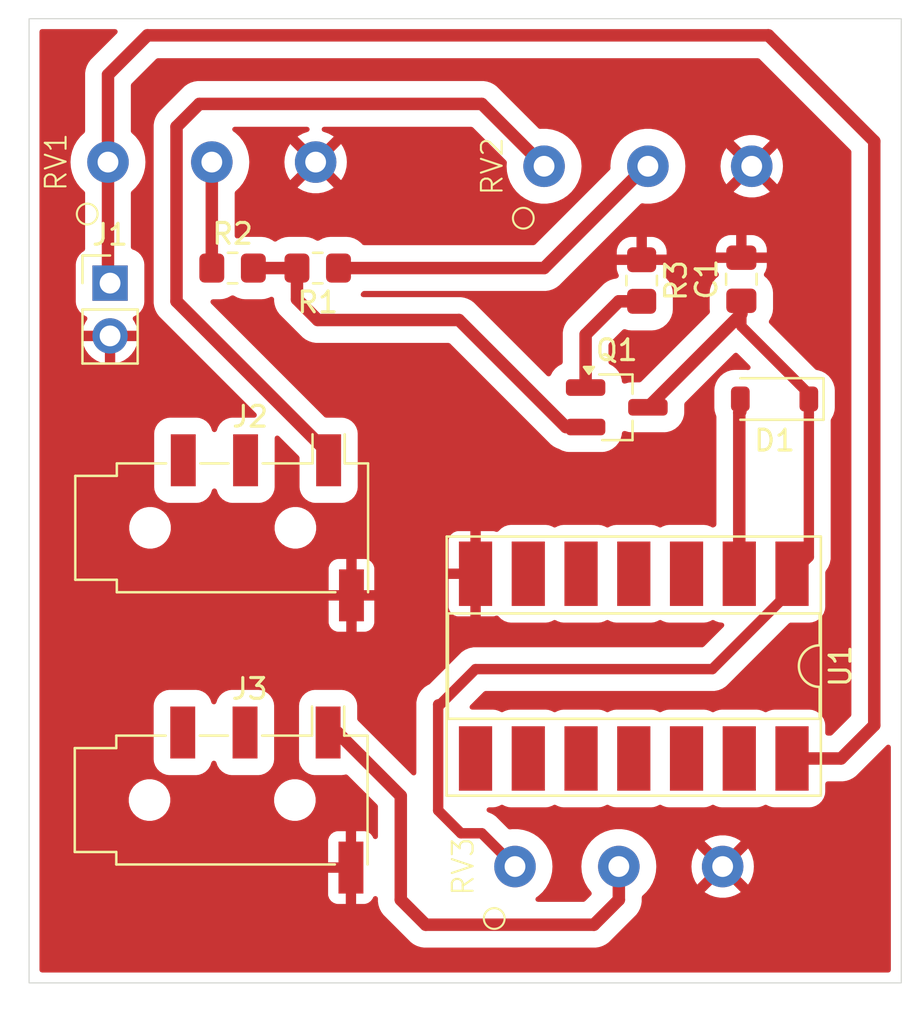
<source format=kicad_pcb>
(kicad_pcb (version 20240108) (generator "pcbnew") (generator_version "8.0")
  (layers (0 "F.Cu" signal) (31 "B.Cu" signal) (34 "B.Paste" user) (35 "F.Paste" user) (36 "B.SilkS" user "B.Silkscreen") (37 "F.SilkS" user "F.Silkscreen") (38 "B.Mask" user) (39 "F.Mask" user) (44 "Edge.Cuts" user))
  (net 0 "")
  (net 1 "GND")
  (net 2 "Net-(D1-K)")
  (net 3 "Net-(D1-A)")
  (net 4 "+9V")
  (net 5 "Net-(Q1-B)")
  (net 6 "Net-(Q1-E)")
  (net 7 "Net-(R1-Pad1)")
  (net 8 "Net-(R2-Pad1)")
  (net 9 "Net-(J2-PadT)")
  (net 10 "Net-(J3-PadT)")
  (footprint "potentiometer:Potentiometer (general, 11mm, 1mm)" (layer "F.Cu") (at 136 88 90)
    (property "Reference" "RV1" (at 0 -7.5 90) (layer "F.SilkS") (effects (font (thickness 0.1))))
    (property "Value" "R_Potentiometer (100k)")
    (fp_circle (center -2.5 -6) (end -2 -6) (stroke (width 0.1)) (fill none) (layer "F.SilkS"))
    (pad "1" thru_hole circle (at 0 -5 90) (size 2 2) (drill 1) (layers "*.Cu" "*.Mask") (net 4 "+9V"))
    (pad "2" thru_hole circle (at 0 0 90) (size 2 2) (drill 1) (layers "*.Cu" "*.Mask") (net 8 "Net-(R2-Pad1)"))
    (pad "3" thru_hole circle (at 0 5 90) (size 2 2) (drill 1) (layers "*.Cu" "*.Mask") (net 1 "GND"))
  )
  (footprint "Connector_Audio:Jack_3.5mm_PJ320D_Horizontal" (layer "F.Cu") (at 137.8 105.6)
    (property "Reference" "J2" (at 0.05 -5.35 0) (layer "F.SilkS"))
    (property "Value" "AudioJack4")
    (fp_line (start -8.375 -2.5) (end -8.375 2.5) (stroke (width 0.12)) (layer "F.SilkS"))
    (fp_line (start -6.375 -3.1) (end -6.375 -2.5) (stroke (width 0.12)) (layer "F.SilkS"))
    (fp_line (start -6.375 -3.1) (end -4 -3.1) (stroke (width 0.12)) (layer "F.SilkS"))
    (fp_line (start -6.375 -2.5) (end -8.375 -2.5) (stroke (width 0.12)) (layer "F.SilkS"))
    (fp_line (start -6.375 2.5) (end -8.375 2.5) (stroke (width 0.12)) (layer "F.SilkS"))
    (fp_line (start -6.375 2.5) (end -6.375 3.1) (stroke (width 0.12)) (layer "F.SilkS"))
    (fp_line (start -2.35 -3.1) (end -1 -3.1) (stroke (width 0.12)) (layer "F.SilkS"))
    (fp_line (start 0.65 -3.1) (end 3.05 -3.1) (stroke (width 0.12)) (layer "F.SilkS"))
    (fp_line (start 3.05 -3.1) (end 3.05 -4.5) (stroke (width 0.12)) (layer "F.SilkS"))
    (fp_line (start 4.15 3.1) (end -6.375 3.1) (stroke (width 0.12)) (layer "F.SilkS"))
    (fp_line (start 4.6 -3.1) (end 4.6 -4.5) (stroke (width 0.12)) (layer "F.SilkS"))
    (fp_line (start 4.6 -3.1) (end 5.725 -3.1) (stroke (width 0.12)) (layer "F.SilkS"))
    (fp_line (start 5.725 3.1) (end 5.725 -3.1) (stroke (width 0.12)) (layer "F.SilkS"))
    (pad "" np_thru_hole circle (at -4.775 0) (size 1.5 1.5) (drill 1.5) (layers "*.Cu" "*.Mask"))
    (pad "" np_thru_hole circle (at 2.225 0) (size 1.5 1.5) (drill 1.5) (layers "*.Cu" "*.Mask"))
    (pad "R1" smd rect (at -0.175 -3.25) (size 1.2 2.5) (layers "F.Cu" "F.Paste" "F.Mask"))
    (pad "R2" smd rect (at -3.175 -3.25) (size 1.2 2.5) (layers "F.Cu" "F.Paste" "F.Mask"))
    (pad "S" smd rect (at 4.925 3.25) (size 1.2 2.5) (layers "F.Cu" "F.Paste" "F.Mask") (net 1 "GND"))
    (pad "T" smd rect (at 3.825 -3.25) (size 1.2 2.5) (layers "F.Cu" "F.Paste" "F.Mask") (net 9 "Net-(J2-PadT)"))
  )
  (footprint "Resistor_SMD:R_0805_2012Metric_Pad1.20x1.40mm_HandSolder" (layer "F.Cu") (at 141.1 93.1 180)
    (property "Reference" "R1" (at 0 -1.65 180) (layer "F.SilkS"))
    (property "Value" "1k")
    (fp_line (start -0.227064 0.735) (end 0.227064 0.735) (stroke (width 0.12)) (layer "F.SilkS"))
    (fp_line (start -0.227064 -0.735) (end 0.227064 -0.735) (stroke (width 0.12)) (layer "F.SilkS"))
    (pad "1" smd roundrect (at -1 0 180) (size 1.2 1.4) (layers "F.Cu" "F.Paste" "F.Mask") (roundrect_rratio 0.208333) (net 7 "Net-(R1-Pad1)"))
    (pad "2" smd roundrect (at 1 0 180) (size 1.2 1.4) (layers "F.Cu" "F.Paste" "F.Mask") (roundrect_rratio 0.208333) (net 5 "Net-(Q1-B)"))
  )
  (footprint "potentiometer:Potentiometer (general, 11mm, 1mm)" (layer "F.Cu") (at 157 88.2 90)
    (property "Reference" "RV2" (at 0 -7.5 90) (layer "F.SilkS") (effects (font (thickness 0.1))))
    (property "Value" "R_Potentiometer (100k)")
    (fp_circle (center -2.5 -6) (end -2 -6) (stroke (width 0.1)) (fill none) (layer "F.SilkS"))
    (pad "1" thru_hole circle (at 0 -5 90) (size 2 2) (drill 1) (layers "*.Cu" "*.Mask") (net 9 "Net-(J2-PadT)"))
    (pad "2" thru_hole circle (at 0 0 90) (size 2 2) (drill 1) (layers "*.Cu" "*.Mask") (net 7 "Net-(R1-Pad1)"))
    (pad "3" thru_hole circle (at 0 5 90) (size 2 2) (drill 1) (layers "*.Cu" "*.Mask") (net 1 "GND"))
  )
  (footprint "Connector_PinHeader_2.54mm:PinHeader_1x02_P2.54mm_Vertical" (layer "F.Cu") (at 131.1 93.825)
    (property "Reference" "J1" (at 0 -2.33 0) (layer "F.SilkS"))
    (property "Value" "Conn_01x02_Pin")
    (fp_line (start -1.33 -1.33) (end 0 -1.33) (stroke (width 0.12)) (layer "F.SilkS"))
    (fp_line (start -1.33 0) (end -1.33 -1.33) (stroke (width 0.12)) (layer "F.SilkS"))
    (fp_line (start -1.33 1.27) (end -1.33 3.87) (stroke (width 0.12)) (layer "F.SilkS"))
    (fp_line (start -1.33 1.27) (end 1.33 1.27) (stroke (width 0.12)) (layer "F.SilkS"))
    (fp_line (start -1.33 3.87) (end 1.33 3.87) (stroke (width 0.12)) (layer "F.SilkS"))
    (fp_line (start 1.33 1.27) (end 1.33 3.87) (stroke (width 0.12)) (layer "F.SilkS"))
    (pad "1" thru_hole rect (at 0 0) (size 1.7 1.7) (drill 1) (layers "*.Cu" "*.Mask") (net 4 "+9V"))
    (pad "2" thru_hole oval (at 0 2.54) (size 1.7 1.7) (drill 1) (layers "*.Cu" "*.Mask") (net 1 "GND"))
  )
  (footprint "Resistor_SMD:R_0805_2012Metric_Pad1.20x1.40mm_HandSolder" (layer "F.Cu") (at 156.7 93.7 -90)
    (property "Reference" "R3" (at 0 -1.65 90) (layer "F.SilkS"))
    (property "Value" "330")
    (fp_line (start -0.227064 0.735) (end 0.227064 0.735) (stroke (width 0.12)) (layer "F.SilkS"))
    (fp_line (start -0.227064 -0.735) (end 0.227064 -0.735) (stroke (width 0.12)) (layer "F.SilkS"))
    (pad "1" smd roundrect (at -1 0 270) (size 1.2 1.4) (layers "F.Cu" "F.Paste" "F.Mask") (roundrect_rratio 0.208333) (net 1 "GND"))
    (pad "2" smd roundrect (at 1 0 270) (size 1.2 1.4) (layers "F.Cu" "F.Paste" "F.Mask") (roundrect_rratio 0.208333) (net 6 "Net-(Q1-E)"))
  )
  (footprint "potentiometer:Potentiometer (general, 11mm, 1mm)" (layer "F.Cu") (at 155.6 121.9 90)
    (property "Reference" "RV3" (at 0 -7.5 90) (layer "F.SilkS") (effects (font (thickness 0.1))))
    (property "Value" "R_Potentiometer (100k)")
    (fp_circle (center -2.5 -6) (end -2 -6) (stroke (width 0.1)) (fill none) (layer "F.SilkS"))
    (pad "1" thru_hole circle (at 0 -5 90) (size 2 2) (drill 1) (layers "*.Cu" "*.Mask") (net 2 "Net-(D1-K)"))
    (pad "2" thru_hole circle (at 0 0 90) (size 2 2) (drill 1) (layers "*.Cu" "*.Mask") (net 10 "Net-(J3-PadT)"))
    (pad "3" thru_hole circle (at 0 5 90) (size 2 2) (drill 1) (layers "*.Cu" "*.Mask") (net 1 "GND"))
  )
  (footprint "Package_TO_SOT_SMD:SOT-23_Handsoldering" (layer "F.Cu") (at 155.5 99.8)
    (property "Reference" "Q1" (at 0 -2.75 360) (layer "F.SilkS"))
    (property "Value" "2N3904")
    (fp_line (start -0.04 -1.58) (end -0.84 -1.58) (stroke (width 0.12)) (layer "F.SilkS"))
    (fp_line (start -0.04 -1.58) (end 0.76 -1.58) (stroke (width 0.12)) (layer "F.SilkS"))
    (fp_line (start 0.76 -1.58) (end 0.76 -0.65) (stroke (width 0.12)) (layer "F.SilkS"))
    (fp_line (start 0.76 1.58) (end -0.7 1.58) (stroke (width 0.12)) (layer "F.SilkS"))
    (fp_line (start 0.76 1.58) (end 0.76 0.65) (stroke (width 0.12)) (layer "F.SilkS"))
    (fp_poly (pts (xy -1.34 -1.61) (xy -1.58 -1.94) (xy -1.1 -1.94) (xy -1.34 -1.61)) (stroke (width 0.12)) (fill solid) (layer "F.SilkS"))
    (pad "1" smd roundrect (at -1.5 -0.95) (size 1.9 0.8) (layers "F.Cu" "F.Paste" "F.Mask") (net 6 "Net-(Q1-E)"))
    (pad "2" smd roundrect (at -1.5 0.95) (size 1.9 0.8) (layers "F.Cu" "F.Paste" "F.Mask") (net 5 "Net-(Q1-B)"))
    (pad "3" smd roundrect (at 1.5 0) (size 1.9 0.8) (layers "F.Cu" "F.Paste" "F.Mask") (net 2 "Net-(D1-K)"))
  )
  (footprint "Package_DIP:DIP-14_W8.89mm_SMDSocket_LongPads" (layer "F.Cu") (at 156.32 112.255 -90)
    (property "Reference" "U1" (at 0 -9.95 90) (layer "F.SilkS"))
    (property "Value" "40106")
    (fp_line (start -6.235 9.01) (end 6.235 9.01) (stroke (width 0.12)) (layer "F.SilkS"))
    (fp_line (start 6.235 9.01) (end 6.235 -9.01) (stroke (width 0.12)) (layer "F.SilkS"))
    (fp_line (start -2.535 8.95) (end 2.535 8.95) (stroke (width 0.12)) (layer "F.SilkS"))
    (fp_line (start 2.535 8.95) (end 2.535 -8.95) (stroke (width 0.12)) (layer "F.SilkS"))
    (fp_line (start -2.535 -8.95) (end -2.535 8.95) (stroke (width 0.12)) (layer "F.SilkS"))
    (fp_line (start -1 -8.95) (end -2.535 -8.95) (stroke (width 0.12)) (layer "F.SilkS"))
    (fp_line (start 2.535 -8.95) (end 1 -8.95) (stroke (width 0.12)) (layer "F.SilkS"))
    (fp_line (start -6.235 -9.01) (end -6.235 9.01) (stroke (width 0.12)) (layer "F.SilkS"))
    (fp_line (start 6.235 -9.01) (end -6.235 -9.01) (stroke (width 0.12)) (layer "F.SilkS"))
    (fp_arc (start 1 -8.95) (mid 0 -7.95) (end -1 -8.95) (stroke (width 0.12)) (layer "F.SilkS"))
    (pad "1" smd rect (at -4.445 -7.62 270) (size 3.1 1.6) (layers "F.Cu" "F.Paste" "F.Mask") (net 2 "Net-(D1-K)"))
    (pad "2" smd rect (at -4.445 -5.08 270) (size 3.1 1.6) (layers "F.Cu" "F.Paste" "F.Mask") (net 3 "Net-(D1-A)"))
    (pad "3" smd rect (at -4.445 -2.54 270) (size 3.1 1.6) (layers "F.Cu" "F.Paste" "F.Mask"))
    (pad "4" smd rect (at -4.445 0 270) (size 3.1 1.6) (layers "F.Cu" "F.Paste" "F.Mask"))
    (pad "5" smd rect (at -4.445 2.54 270) (size 3.1 1.6) (layers "F.Cu" "F.Paste" "F.Mask"))
    (pad "6" smd rect (at -4.445 5.08 270) (size 3.1 1.6) (layers "F.Cu" "F.Paste" "F.Mask"))
    (pad "7" smd rect (at -4.445 7.62 270) (size 3.1 1.6) (layers "F.Cu" "F.Paste" "F.Mask") (net 1 "GND"))
    (pad "8" smd rect (at 4.445 7.62 270) (size 3.1 1.6) (layers "F.Cu" "F.Paste" "F.Mask"))
    (pad "9" smd rect (at 4.445 5.08 270) (size 3.1 1.6) (layers "F.Cu" "F.Paste" "F.Mask"))
    (pad "10" smd rect (at 4.445 2.54 270) (size 3.1 1.6) (layers "F.Cu" "F.Paste" "F.Mask"))
    (pad "11" smd rect (at 4.445 0 270) (size 3.1 1.6) (layers "F.Cu" "F.Paste" "F.Mask"))
    (pad "12" smd rect (at 4.445 -2.54 270) (size 3.1 1.6) (layers "F.Cu" "F.Paste" "F.Mask"))
    (pad "13" smd rect (at 4.445 -5.08 270) (size 3.1 1.6) (layers "F.Cu" "F.Paste" "F.Mask"))
    (pad "14" smd rect (at 4.445 -7.62 270) (size 3.1 1.6) (layers "F.Cu" "F.Paste" "F.Mask") (net 4 "+9V"))
  )
  (footprint "Resistor_SMD:R_0805_2012Metric_Pad1.20x1.40mm_HandSolder" (layer "F.Cu") (at 137 93.1)
    (property "Reference" "R2" (at 0 -1.65 0) (layer "F.SilkS"))
    (property "Value" "1k")
    (fp_line (start -0.227064 -0.735) (end 0.227064 -0.735) (stroke (width 0.12)) (layer "F.SilkS"))
    (fp_line (start -0.227064 0.735) (end 0.227064 0.735) (stroke (width 0.12)) (layer "F.SilkS"))
    (pad "1" smd roundrect (at -1 0) (size 1.2 1.4) (layers "F.Cu" "F.Paste" "F.Mask") (roundrect_rratio 0.208333) (net 8 "Net-(R2-Pad1)"))
    (pad "2" smd roundrect (at 1 0) (size 1.2 1.4) (layers "F.Cu" "F.Paste" "F.Mask") (roundrect_rratio 0.208333) (net 5 "Net-(Q1-B)"))
  )
  (footprint "Connector_Audio:Jack_3.5mm_PJ320D_Horizontal" (layer "F.Cu") (at 137.775 118.7)
    (property "Reference" "J3" (at 0.05 -5.35 0) (layer "F.SilkS"))
    (property "Value" "AudioJack4")
    (fp_line (start -8.375 -2.5) (end -8.375 2.5) (stroke (width 0.12)) (layer "F.SilkS"))
    (fp_line (start -6.375 -3.1) (end -6.375 -2.5) (stroke (width 0.12)) (layer "F.SilkS"))
    (fp_line (start -6.375 -3.1) (end -4 -3.1) (stroke (width 0.12)) (layer "F.SilkS"))
    (fp_line (start -6.375 -2.5) (end -8.375 -2.5) (stroke (width 0.12)) (layer "F.SilkS"))
    (fp_line (start -6.375 2.5) (end -8.375 2.5) (stroke (width 0.12)) (layer "F.SilkS"))
    (fp_line (start -6.375 2.5) (end -6.375 3.1) (stroke (width 0.12)) (layer "F.SilkS"))
    (fp_line (start -2.35 -3.1) (end -1 -3.1) (stroke (width 0.12)) (layer "F.SilkS"))
    (fp_line (start 0.65 -3.1) (end 3.05 -3.1) (stroke (width 0.12)) (layer "F.SilkS"))
    (fp_line (start 3.05 -3.1) (end 3.05 -4.5) (stroke (width 0.12)) (layer "F.SilkS"))
    (fp_line (start 4.15 3.1) (end -6.375 3.1) (stroke (width 0.12)) (layer "F.SilkS"))
    (fp_line (start 4.6 -3.1) (end 4.6 -4.5) (stroke (width 0.12)) (layer "F.SilkS"))
    (fp_line (start 4.6 -3.1) (end 5.725 -3.1) (stroke (width 0.12)) (layer "F.SilkS"))
    (fp_line (start 5.725 3.1) (end 5.725 -3.1) (stroke (width 0.12)) (layer "F.SilkS"))
    (pad "" np_thru_hole circle (at -4.775 0) (size 1.5 1.5) (drill 1.5) (layers "*.Cu" "*.Mask"))
    (pad "" np_thru_hole circle (at 2.225 0) (size 1.5 1.5) (drill 1.5) (layers "*.Cu" "*.Mask"))
    (pad "R1" smd rect (at -0.175 -3.25) (size 1.2 2.5) (layers "F.Cu" "F.Paste" "F.Mask"))
    (pad "R2" smd rect (at -3.175 -3.25) (size 1.2 2.5) (layers "F.Cu" "F.Paste" "F.Mask"))
    (pad "S" smd rect (at 4.925 3.25) (size 1.2 2.5) (layers "F.Cu" "F.Paste" "F.Mask") (net 1 "GND"))
    (pad "T" smd rect (at 3.825 -3.25) (size 1.2 2.5) (layers "F.Cu" "F.Paste" "F.Mask") (net 10 "Net-(J3-PadT)"))
  )
  (footprint "Diode_SMD:D_SOD-123" (layer "F.Cu") (at 163.1 99.4 180)
    (property "Reference" "D1" (at 0 -2 180) (layer "F.SilkS"))
    (property "Value" "1N4001")
    (fp_line (start -2.36 1) (end 1.65 1) (stroke (width 0.12)) (layer "F.SilkS"))
    (fp_line (start -2.36 -1) (end 1.65 -1) (stroke (width 0.12)) (layer "F.SilkS"))
    (fp_line (start -2.36 -1) (end -2.36 1) (stroke (width 0.12)) (layer "F.SilkS"))
    (pad "1" smd roundrect (at -1.65 0 180) (size 0.9 1.2) (layers "F.Cu" "F.Paste" "F.Mask") (net 2 "Net-(D1-K)"))
    (pad "2" smd roundrect (at 1.65 0 180) (size 0.9 1.2) (layers "F.Cu" "F.Paste" "F.Mask") (net 3 "Net-(D1-A)"))
  )
  (footprint "Capacitor_SMD:C_0805_2012Metric_Pad1.18x1.45mm_HandSolder" (layer "F.Cu") (at 161.5 93.6375 90)
    (property "Reference" "C1" (at 0 -1.68 270) (layer "F.SilkS"))
    (property "Value" "1uF")
    (fp_line (start -0.261252 -0.735) (end 0.261252 -0.735) (stroke (width 0.12)) (layer "F.SilkS"))
    (fp_line (start -0.261252 0.735) (end 0.261252 0.735) (stroke (width 0.12)) (layer "F.SilkS"))
    (pad "1" smd roundrect (at -1.0375 0 90) (size 1.175 1.45) (layers "F.Cu" "F.Paste" "F.Mask") (roundrect_rratio 0.212766) (net 2 "Net-(D1-K)"))
    (pad "2" smd roundrect (at 1.0375 0 90) (size 1.175 1.45) (layers "F.Cu" "F.Paste" "F.Mask") (roundrect_rratio 0.212766) (net 1 "GND"))
  )
  (gr_rect (start 127.2 81.1) (end 169.2 127.5) (stroke (width 0.05)) (fill none) (layer "Edge.Cuts"))
  (segment (start 164.75 99.15) (end 161.5 95.9) (width 0.5) (layer "F.Cu") (net 2))
  (segment (start 160.1 112.4) (end 148.7 112.4) (width 0.5) (layer "F.Cu") (net 2))
  (segment (start 161.5 95.9) (end 161.5 94.675) (width 0.5) (layer "F.Cu") (net 2))
  (segment (start 147 114.1) (end 146.9 114.1) (width 0.5) (layer "F.Cu") (net 2))
  (segment (start 164.75 107) (end 163.94 107.81) (width 0.5) (layer "F.Cu") (net 2))
  (segment (start 146.9 114.1) (end 146.9 119.2) (width 0.5) (layer "F.Cu") (net 2))
  (segment (start 146.9 119.2) (end 148 120.3) (width 0.5) (layer "F.Cu") (net 2))
  (segment (start 164.75 99.4) (end 164.75 99.15) (width 0.5) (layer "F.Cu") (net 2))
  (segment (start 148 120.3) (end 149 120.3) (width 0.5) (layer "F.Cu") (net 2))
  (segment (start 164.75 99.4) (end 164.75 107) (width 0.5) (layer "F.Cu") (net 2))
  (segment (start 148.7 112.4) (end 147 114.1) (width 0.5) (layer "F.Cu") (net 2))
  (segment (start 149 120.3) (end 150.6 121.9) (width 0.5) (layer "F.Cu") (net 2))
  (segment (start 163.94 108.56) (end 160.1 112.4) (width 0.5) (layer "F.Cu") (net 2))
  (segment (start 161.5 94.675) (end 161.5 95.3) (width 0.6) (layer "F.Cu") (net 2))
  (segment (start 161.5 95.3) (end 157 99.8) (width 0.6) (layer "F.Cu") (net 2))
  (segment (start 163.94 107.81) (end 163.94 108.56) (width 0.5) (layer "F.Cu") (net 2))
  (segment (start 161.4 100.05) (end 161.4 107.81) (width 0.6) (layer "F.Cu") (net 3))
  (segment (start 161.45 100) (end 161.4 100.05) (width 0.6) (layer "F.Cu") (net 3))
  (segment (start 161.45 99.4) (end 161.45 100) (width 0.6) (layer "F.Cu") (net 3))
  (segment (start 167.9 87) (end 167.9 115.1) (width 0.6) (layer "F.Cu") (net 4))
  (segment (start 131 93.725) (end 131.1 93.825) (width 0.6) (layer "F.Cu") (net 4))
  (segment (start 167.9 115.1) (end 166.3 116.7) (width 0.6) (layer "F.Cu") (net 4))
  (segment (start 131 83.8) (end 132.9 81.9) (width 0.6) (layer "F.Cu") (net 4))
  (segment (start 162.8 81.9) (end 167.9 87) (width 0.6) (layer "F.Cu") (net 4))
  (segment (start 132.9 81.9) (end 162.8 81.9) (width 0.6) (layer "F.Cu") (net 4))
  (segment (start 131 88) (end 131 83.8) (width 0.6) (layer "F.Cu") (net 4))
  (segment (start 166.3 116.7) (end 163.94 116.7) (width 0.6) (layer "F.Cu") (net 4))
  (segment (start 131 88) (end 131 93.725) (width 0.6) (layer "F.Cu") (net 4))
  (segment (start 154 100.75) (end 153.05 100.75) (width 0.6) (layer "F.Cu") (net 5))
  (segment (start 153.05 100.75) (end 147.9 95.6) (width 0.6) (layer "F.Cu") (net 5))
  (segment (start 147.9 95.6) (end 141.1 95.6) (width 0.6) (layer "F.Cu") (net 5))
  (segment (start 140.1 93.1) (end 140.1 94.6) (width 0.6) (layer "F.Cu") (net 5))
  (segment (start 138 93.1) (end 140.1 93.1) (width 0.6) (layer "F.Cu") (net 5))
  (segment (start 141.1 95.6) (end 140.1 94.6) (width 0.6) (layer "F.Cu") (net 5))
  (segment (start 155.6 94.7) (end 154 96.3) (width 0.6) (layer "F.Cu") (net 6))
  (segment (start 156.7 94.7) (end 155.6 94.7) (width 0.6) (layer "F.Cu") (net 6))
  (segment (start 154 96.3) (end 154 98.85) (width 0.6) (layer "F.Cu") (net 6))
  (segment (start 152 93.1) (end 142.1 93.1) (width 0.6) (layer "F.Cu") (net 7))
  (segment (start 156.9 88.2) (end 152 93.1) (width 0.6) (layer "F.Cu") (net 7))
  (segment (start 157 88.2) (end 156.9 88.2) (width 0.6) (layer "F.Cu") (net 7))
  (segment (start 136 88) (end 136 93.1) (width 0.6) (layer "F.Cu") (net 8))
  (segment (start 141.625 102.025) (end 134.3 94.7) (width 0.6) (layer "F.Cu") (net 9))
  (segment (start 134.3 94.7) (end 134.3 86.3) (width 0.6) (layer "F.Cu") (net 9))
  (segment (start 134.3 86.3) (end 135.4 85.2) (width 0.6) (layer "F.Cu") (net 9))
  (segment (start 141.625 102.35) (end 141.625 102.025) (width 0.6) (layer "F.Cu") (net 9))
  (segment (start 149 85.2) (end 152 88.2) (width 0.6) (layer "F.Cu") (net 9))
  (segment (start 135.4 85.2) (end 149 85.2) (width 0.6) (layer "F.Cu") (net 9))
  (segment (start 142.05 115.45) (end 141.6 115.45) (width 0.6) (layer "F.Cu") (net 10))
  (segment (start 154.4 124.7) (end 146.3 124.7) (width 0.6) (layer "F.Cu") (net 10))
  (segment (start 145.1 118.5) (end 142.05 115.45) (width 0.6) (layer "F.Cu") (net 10))
  (segment (start 145.1 123.5) (end 145.1 118.5) (width 0.6) (layer "F.Cu") (net 10))
  (segment (start 155.6 123.5) (end 154.4 124.7) (width 0.6) (layer "F.Cu") (net 10))
  (segment (start 155.6 121.9) (end 155.6 123.5) (width 0.6) (layer "F.Cu") (net 10))
  (segment (start 146.3 124.7) (end 145.1 123.5) (width 0.6) (layer "F.Cu") (net 10))
  (zone (net 1) (net_name "GND") (layer "F.Cu") (connect_pads (clearance 0.8)) (min_thickness 0.25) (fill yes (thermal_gap 0.5) (thermal_bridge_width 0.5))
    (polygon (pts (xy 125.8 80.2) (xy 170.2 80.2) (xy 170.2 129.5) (xy 126.4 129.5)))
  )
)
</source>
